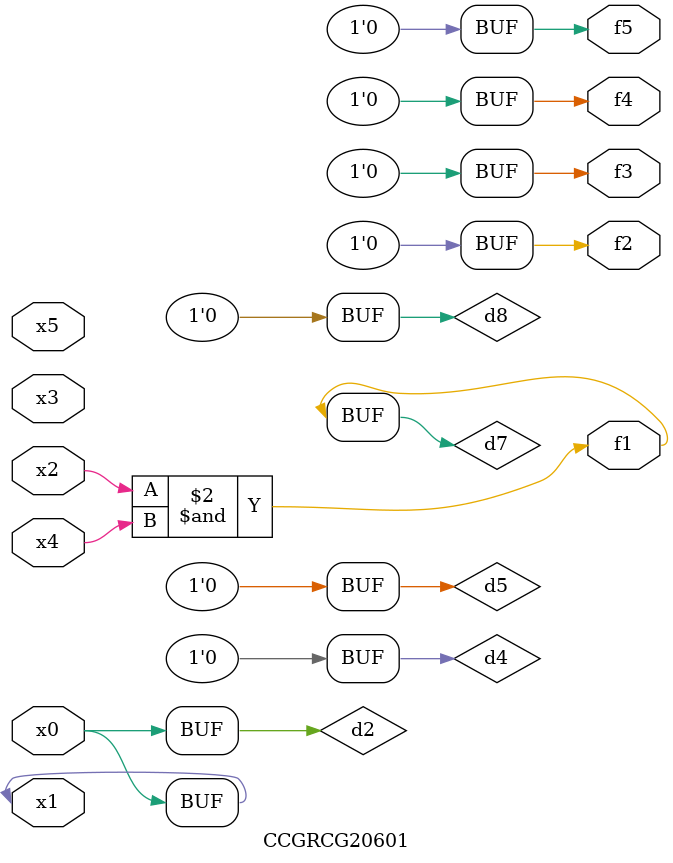
<source format=v>
module CCGRCG20601(
	input x0, x1, x2, x3, x4, x5,
	output f1, f2, f3, f4, f5
);

	wire d1, d2, d3, d4, d5, d6, d7, d8, d9;

	nand (d1, x1);
	buf (d2, x0, x1);
	nand (d3, x2, x4);
	and (d4, d1, d2);
	and (d5, d1, d2);
	nand (d6, d1, d3);
	not (d7, d3);
	xor (d8, d5);
	nor (d9, d5, d6);
	assign f1 = d7;
	assign f2 = d8;
	assign f3 = d8;
	assign f4 = d8;
	assign f5 = d8;
endmodule

</source>
